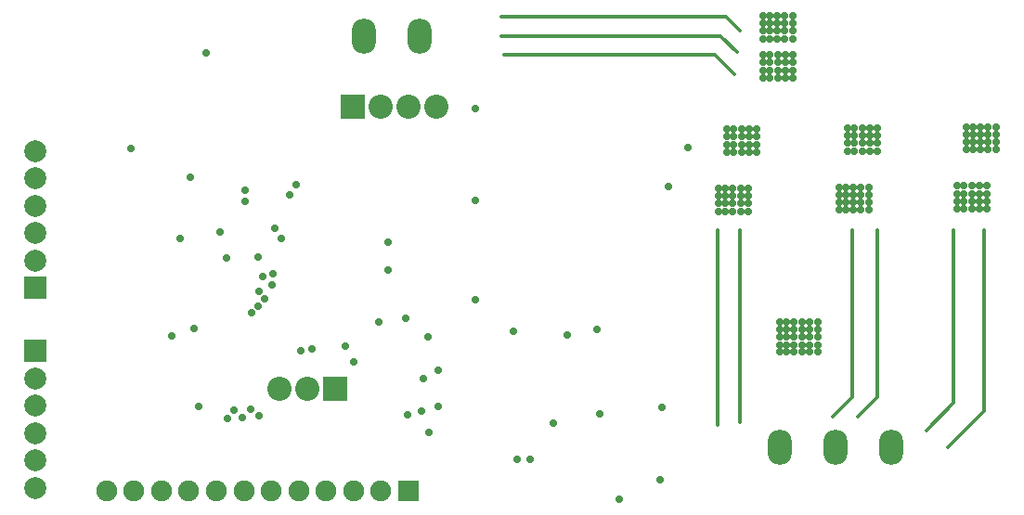
<source format=gbr>
G04*
G04 #@! TF.GenerationSoftware,Altium Limited,Altium Designer,22.4.2 (48)*
G04*
G04 Layer_Color=16711935*
%FSLAX44Y44*%
%MOMM*%
G71*
G04*
G04 #@! TF.SameCoordinates,66DA3E34-DB1B-427B-9A16-6C510F1B548E*
G04*
G04*
G04 #@! TF.FilePolarity,Negative*
G04*
G01*
G75*
%ADD11C,0.3000*%
%ADD54C,2.2032*%
%ADD55R,2.2032X2.2032*%
%ADD56C,1.9032*%
%ADD57R,1.9032X1.9032*%
%ADD58C,2.0032*%
%ADD59R,2.0032X2.0032*%
%ADD60O,2.2032X3.2032*%
%ADD61C,0.7032*%
D11*
X475000Y677500D02*
X492500Y660000D01*
X282500Y677500D02*
X475000D01*
X480000Y695000D02*
X495000Y680000D01*
X280000Y695000D02*
X480000D01*
X485000Y712500D02*
X497500Y700000D01*
X280000Y712500D02*
X485000D01*
X687500Y320000D02*
X720000Y352500D01*
Y517500D01*
X667500Y335000D02*
X692500Y360000D01*
Y517500D01*
X605000Y347500D02*
X622500Y365000D01*
Y517500D01*
X582500Y347500D02*
X600000Y365000D01*
Y517500D01*
X497500Y342500D02*
Y517500D01*
X477500Y340000D02*
Y517500D01*
D54*
X195000Y630000D02*
D03*
X220400D02*
D03*
X169600D02*
D03*
X77600Y373000D02*
D03*
X103000D02*
D03*
D55*
X144200Y630000D02*
D03*
X128400Y373000D02*
D03*
D56*
X-80000Y280000D02*
D03*
X-55000D02*
D03*
X20000D02*
D03*
X45000D02*
D03*
X70000D02*
D03*
X95000D02*
D03*
X170000D02*
D03*
X145000D02*
D03*
X120000D02*
D03*
X-5000D02*
D03*
X-30000D02*
D03*
D57*
X195000D02*
D03*
D58*
X-145000Y307500D02*
D03*
Y332500D02*
D03*
Y357500D02*
D03*
Y382500D02*
D03*
Y282500D02*
D03*
Y565000D02*
D03*
Y540000D02*
D03*
Y515000D02*
D03*
Y490000D02*
D03*
Y590000D02*
D03*
D59*
Y407500D02*
D03*
Y465000D02*
D03*
D60*
X154600Y695000D02*
D03*
X205400D02*
D03*
X534200Y320000D02*
D03*
X585000D02*
D03*
X635800D02*
D03*
D61*
X145000Y397500D02*
D03*
X87179Y550070D02*
D03*
X425000Y290000D02*
D03*
X387500Y272500D02*
D03*
X518893Y656621D02*
D03*
Y663621D02*
D03*
Y670621D02*
D03*
Y677621D02*
D03*
X524893Y656621D02*
D03*
Y663621D02*
D03*
Y670621D02*
D03*
Y677621D02*
D03*
X545893Y656621D02*
D03*
X538893D02*
D03*
X531893D02*
D03*
X545893Y663621D02*
D03*
X538893D02*
D03*
X531893D02*
D03*
X545893Y670621D02*
D03*
X538893D02*
D03*
X531893D02*
D03*
X545893Y677621D02*
D03*
X538893D02*
D03*
X531893D02*
D03*
X531500Y713500D02*
D03*
X538500D02*
D03*
X545500D02*
D03*
X531500Y706500D02*
D03*
X538500D02*
D03*
X545500D02*
D03*
X531500Y699500D02*
D03*
X538500D02*
D03*
X545500D02*
D03*
X531500Y692500D02*
D03*
X538500D02*
D03*
X545500D02*
D03*
X524500Y713500D02*
D03*
Y706500D02*
D03*
Y699500D02*
D03*
Y692500D02*
D03*
X518500Y713500D02*
D03*
Y706500D02*
D03*
Y699500D02*
D03*
Y692500D02*
D03*
X704000Y591000D02*
D03*
Y598000D02*
D03*
Y605000D02*
D03*
Y612000D02*
D03*
X710000Y591000D02*
D03*
Y598000D02*
D03*
Y605000D02*
D03*
Y612000D02*
D03*
X731000Y591000D02*
D03*
X724000D02*
D03*
X717000D02*
D03*
X731000Y598000D02*
D03*
X724000D02*
D03*
X717000D02*
D03*
X731000Y605000D02*
D03*
X724000D02*
D03*
X717000D02*
D03*
X731000Y612000D02*
D03*
X724000D02*
D03*
X717000D02*
D03*
X696000Y537000D02*
D03*
Y544000D02*
D03*
Y551000D02*
D03*
Y558000D02*
D03*
X702000Y537000D02*
D03*
Y544000D02*
D03*
Y551000D02*
D03*
Y558000D02*
D03*
X723000Y537000D02*
D03*
X716000D02*
D03*
X709000D02*
D03*
X723000Y544000D02*
D03*
X716000D02*
D03*
X709000D02*
D03*
X723000Y551000D02*
D03*
X716000D02*
D03*
X709000D02*
D03*
X723000Y558000D02*
D03*
X716000D02*
D03*
X709000D02*
D03*
X596000Y590000D02*
D03*
Y597000D02*
D03*
Y604000D02*
D03*
Y611000D02*
D03*
X602000Y590000D02*
D03*
Y597000D02*
D03*
Y604000D02*
D03*
Y611000D02*
D03*
X623000Y590000D02*
D03*
X616000D02*
D03*
X609000D02*
D03*
X623000Y597000D02*
D03*
X616000D02*
D03*
X609000D02*
D03*
X623000Y604000D02*
D03*
X616000D02*
D03*
X609000D02*
D03*
X623000Y611000D02*
D03*
X616000D02*
D03*
X609000D02*
D03*
X588000Y536000D02*
D03*
Y543000D02*
D03*
Y550000D02*
D03*
Y557000D02*
D03*
X594000Y536000D02*
D03*
Y543000D02*
D03*
Y550000D02*
D03*
Y557000D02*
D03*
X615000Y536000D02*
D03*
X608000D02*
D03*
X601000D02*
D03*
X615000Y543000D02*
D03*
X608000D02*
D03*
X601000D02*
D03*
X615000Y550000D02*
D03*
X608000D02*
D03*
X601000D02*
D03*
X615000Y557000D02*
D03*
X608000D02*
D03*
X601000D02*
D03*
X64000Y455000D02*
D03*
X58000Y448000D02*
D03*
X107000Y409000D02*
D03*
X97000Y408000D02*
D03*
X193000Y436980D02*
D03*
X168000Y434000D02*
D03*
X213000Y420000D02*
D03*
X222000Y390000D02*
D03*
Y357000D02*
D03*
X52251Y442481D02*
D03*
X209000Y382000D02*
D03*
X214000Y333000D02*
D03*
X194020Y349000D02*
D03*
X207000Y353000D02*
D03*
X291000Y425000D02*
D03*
X-21000Y421000D02*
D03*
X59000Y462000D02*
D03*
X72000Y478000D02*
D03*
X71000Y468000D02*
D03*
X62000Y475000D02*
D03*
X59000Y348000D02*
D03*
X51000Y354000D02*
D03*
X36450Y353450D02*
D03*
X0Y428000D02*
D03*
X58000Y493020D02*
D03*
X43791Y346890D02*
D03*
X29000Y492000D02*
D03*
X73000Y519000D02*
D03*
X79000Y510000D02*
D03*
X30412Y345588D02*
D03*
X23000Y516000D02*
D03*
X340000Y422000D02*
D03*
X138000Y412000D02*
D03*
X306090Y309000D02*
D03*
X294000D02*
D03*
X327000Y342000D02*
D03*
X367000Y427000D02*
D03*
X491000Y556000D02*
D03*
X498000D02*
D03*
X505000D02*
D03*
X491000Y549000D02*
D03*
X498000D02*
D03*
X505000D02*
D03*
X491000Y542000D02*
D03*
X498000D02*
D03*
X505000D02*
D03*
X491000Y535000D02*
D03*
X498000D02*
D03*
X505000D02*
D03*
X484000Y556000D02*
D03*
Y549000D02*
D03*
Y542000D02*
D03*
Y535000D02*
D03*
X478000Y556000D02*
D03*
Y549000D02*
D03*
Y542000D02*
D03*
Y535000D02*
D03*
X499000Y610000D02*
D03*
X506000D02*
D03*
X513000D02*
D03*
X499000Y603000D02*
D03*
X506000D02*
D03*
X513000D02*
D03*
X499000Y596000D02*
D03*
X506000D02*
D03*
X513000D02*
D03*
X499000Y589000D02*
D03*
X506000D02*
D03*
X513000D02*
D03*
X492000Y610000D02*
D03*
Y603000D02*
D03*
Y596000D02*
D03*
Y589000D02*
D03*
X486000Y610000D02*
D03*
Y603000D02*
D03*
Y596000D02*
D03*
Y589000D02*
D03*
X426000Y356000D02*
D03*
X569000Y407000D02*
D03*
Y413000D02*
D03*
Y420000D02*
D03*
Y427000D02*
D03*
Y434000D02*
D03*
X534000Y407000D02*
D03*
Y413000D02*
D03*
Y420000D02*
D03*
Y427000D02*
D03*
Y434000D02*
D03*
X540000Y407000D02*
D03*
Y413000D02*
D03*
Y420000D02*
D03*
Y427000D02*
D03*
Y434000D02*
D03*
X561000Y407000D02*
D03*
X554000D02*
D03*
X547000D02*
D03*
X561000Y413000D02*
D03*
X554000D02*
D03*
X547000D02*
D03*
X561000Y420000D02*
D03*
X554000D02*
D03*
X547000D02*
D03*
X561000Y427000D02*
D03*
X554000D02*
D03*
X547000D02*
D03*
X561000Y434000D02*
D03*
X554000D02*
D03*
X547000D02*
D03*
X432000Y557500D02*
D03*
X450000Y593000D02*
D03*
X256000Y454000D02*
D03*
Y545000D02*
D03*
Y629000D02*
D03*
X177000Y507000D02*
D03*
Y481000D02*
D03*
X-13000Y510000D02*
D03*
X93000Y559000D02*
D03*
X46000Y544000D02*
D03*
Y554000D02*
D03*
X11000Y679000D02*
D03*
X-4000Y566090D02*
D03*
X4000Y357000D02*
D03*
X-58000Y592000D02*
D03*
X370000Y350000D02*
D03*
M02*

</source>
